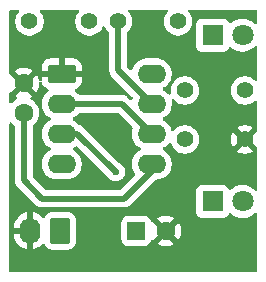
<source format=gbr>
%TF.GenerationSoftware,KiCad,Pcbnew,9.0.2*%
%TF.CreationDate,2025-10-01T10:40:14+03:00*%
%TF.ProjectId,555_flip_flop,3535355f-666c-4697-905f-666c6f702e6b,rev?*%
%TF.SameCoordinates,Original*%
%TF.FileFunction,Copper,L1,Top*%
%TF.FilePolarity,Positive*%
%FSLAX46Y46*%
G04 Gerber Fmt 4.6, Leading zero omitted, Abs format (unit mm)*
G04 Created by KiCad (PCBNEW 9.0.2) date 2025-10-01 10:40:14*
%MOMM*%
%LPD*%
G01*
G04 APERTURE LIST*
G04 Aperture macros list*
%AMRoundRect*
0 Rectangle with rounded corners*
0 $1 Rounding radius*
0 $2 $3 $4 $5 $6 $7 $8 $9 X,Y pos of 4 corners*
0 Add a 4 corners polygon primitive as box body*
4,1,4,$2,$3,$4,$5,$6,$7,$8,$9,$2,$3,0*
0 Add four circle primitives for the rounded corners*
1,1,$1+$1,$2,$3*
1,1,$1+$1,$4,$5*
1,1,$1+$1,$6,$7*
1,1,$1+$1,$8,$9*
0 Add four rect primitives between the rounded corners*
20,1,$1+$1,$2,$3,$4,$5,0*
20,1,$1+$1,$4,$5,$6,$7,0*
20,1,$1+$1,$6,$7,$8,$9,0*
20,1,$1+$1,$8,$9,$2,$3,0*%
G04 Aperture macros list end*
%TA.AperFunction,ComponentPad*%
%ADD10C,1.400000*%
%TD*%
%TA.AperFunction,ComponentPad*%
%ADD11R,1.800000X1.800000*%
%TD*%
%TA.AperFunction,ComponentPad*%
%ADD12C,1.800000*%
%TD*%
%TA.AperFunction,ComponentPad*%
%ADD13RoundRect,0.250000X-0.950000X-0.550000X0.950000X-0.550000X0.950000X0.550000X-0.950000X0.550000X0*%
%TD*%
%TA.AperFunction,ComponentPad*%
%ADD14O,2.400000X1.600000*%
%TD*%
%TA.AperFunction,ComponentPad*%
%ADD15RoundRect,0.250000X0.620000X0.845000X-0.620000X0.845000X-0.620000X-0.845000X0.620000X-0.845000X0*%
%TD*%
%TA.AperFunction,ComponentPad*%
%ADD16O,1.740000X2.190000*%
%TD*%
%TA.AperFunction,ComponentPad*%
%ADD17C,1.600000*%
%TD*%
%TA.AperFunction,ComponentPad*%
%ADD18RoundRect,0.250000X-0.550000X-0.550000X0.550000X-0.550000X0.550000X0.550000X-0.550000X0.550000X0*%
%TD*%
%TA.AperFunction,ViaPad*%
%ADD19C,0.600000*%
%TD*%
%TA.AperFunction,Conductor*%
%ADD20C,0.500000*%
%TD*%
G04 APERTURE END LIST*
D10*
%TO.P,R2,1*%
%TO.N,Net-(D2-K)*%
X60120000Y-35250000D03*
%TO.P,R2,2*%
%TO.N,GND*%
X65200000Y-35250000D03*
%TD*%
%TO.P,R1,1*%
%TO.N,+5V*%
X60120000Y-31100000D03*
%TO.P,R1,2*%
%TO.N,Net-(D1-A)*%
X65200000Y-31100000D03*
%TD*%
D11*
%TO.P,D2,1,K*%
%TO.N,Net-(D2-K)*%
X62460000Y-40500000D03*
D12*
%TO.P,D2,2,A*%
%TO.N,Net-(D1-K)*%
X65000000Y-40500000D03*
%TD*%
D13*
%TO.P,U1,1,GND*%
%TO.N,GND*%
X49690000Y-29690000D03*
D14*
%TO.P,U1,2,TR*%
%TO.N,Net-(U1-THR)*%
X49690000Y-32230000D03*
%TO.P,U1,3,Q*%
%TO.N,Net-(D1-K)*%
X49690000Y-34770000D03*
%TO.P,U1,4,R*%
%TO.N,+5V*%
X49690000Y-37310000D03*
%TO.P,U1,5,CV*%
%TO.N,Net-(U1-CV)*%
X57310000Y-37310000D03*
%TO.P,U1,6,THR*%
%TO.N,Net-(U1-THR)*%
X57310000Y-34770000D03*
%TO.P,U1,7,DIS*%
%TO.N,Net-(U1-DIS)*%
X57310000Y-32230000D03*
%TO.P,U1,8,VCC*%
%TO.N,+5V*%
X57310000Y-29690000D03*
%TD*%
D10*
%TO.P,R4,1*%
%TO.N,Net-(U1-DIS)*%
X52040000Y-25250000D03*
%TO.P,R4,2*%
%TO.N,Net-(U1-THR)*%
X46960000Y-25250000D03*
%TD*%
%TO.P,R3,1*%
%TO.N,+5V*%
X59540000Y-25250000D03*
%TO.P,R3,2*%
%TO.N,Net-(U1-DIS)*%
X54460000Y-25250000D03*
%TD*%
D15*
%TO.P,J1,1,Pin_1*%
%TO.N,+5V*%
X49540000Y-42980000D03*
D16*
%TO.P,J1,2,Pin_2*%
%TO.N,GND*%
X47000000Y-42980000D03*
%TD*%
D11*
%TO.P,D1,1,K*%
%TO.N,Net-(D1-K)*%
X62460000Y-26410000D03*
D12*
%TO.P,D1,2,A*%
%TO.N,Net-(D1-A)*%
X65000000Y-26410000D03*
%TD*%
D17*
%TO.P,C2,1*%
%TO.N,Net-(U1-CV)*%
X46470000Y-33000000D03*
%TO.P,C2,2*%
%TO.N,GND*%
X46470000Y-30500000D03*
%TD*%
D18*
%TO.P,C1,1*%
%TO.N,Net-(U1-THR)*%
X56000000Y-43000000D03*
D17*
%TO.P,C1,2*%
%TO.N,GND*%
X58500000Y-43000000D03*
%TD*%
D19*
%TO.N,Net-(D1-K)*%
X54250000Y-38000000D03*
%TD*%
D20*
%TO.N,Net-(D1-K)*%
X51020000Y-34770000D02*
X54250000Y-38000000D01*
X49690000Y-34770000D02*
X51020000Y-34770000D01*
%TO.N,Net-(U1-THR)*%
X54770000Y-32230000D02*
X57310000Y-34770000D01*
X49690000Y-32230000D02*
X54770000Y-32230000D01*
%TO.N,Net-(U1-CV)*%
X55000000Y-40250000D02*
X57310000Y-37940000D01*
X46470000Y-38720000D02*
X48000000Y-40250000D01*
X57310000Y-37940000D02*
X57310000Y-37310000D01*
X48000000Y-40250000D02*
X55000000Y-40250000D01*
X46470000Y-33000000D02*
X46470000Y-38720000D01*
%TO.N,Net-(U1-DIS)*%
X54460000Y-29380000D02*
X57310000Y-32230000D01*
X54460000Y-25250000D02*
X54460000Y-29380000D01*
%TD*%
%TA.AperFunction,Conductor*%
%TO.N,GND*%
G36*
X58609414Y-24270185D02*
G01*
X58655169Y-24322989D01*
X58665113Y-24392147D01*
X58636088Y-24455703D01*
X58630056Y-24462181D01*
X58624312Y-24467924D01*
X58624312Y-24467925D01*
X58624310Y-24467927D01*
X58576610Y-24533579D01*
X58513240Y-24620800D01*
X58427454Y-24789163D01*
X58369059Y-24968881D01*
X58339500Y-25155513D01*
X58339500Y-25344486D01*
X58369059Y-25531118D01*
X58427454Y-25710836D01*
X58513240Y-25879199D01*
X58624310Y-26032073D01*
X58757927Y-26165690D01*
X58910801Y-26276760D01*
X58990347Y-26317290D01*
X59079163Y-26362545D01*
X59079165Y-26362545D01*
X59079168Y-26362547D01*
X59175497Y-26393846D01*
X59258881Y-26420940D01*
X59445514Y-26450500D01*
X59445519Y-26450500D01*
X59634486Y-26450500D01*
X59821118Y-26420940D01*
X60000832Y-26362547D01*
X60169199Y-26276760D01*
X60322073Y-26165690D01*
X60455690Y-26032073D01*
X60566760Y-25879199D01*
X60652547Y-25710832D01*
X60710940Y-25531118D01*
X60727682Y-25425413D01*
X60740500Y-25344486D01*
X60740500Y-25155513D01*
X60710940Y-24968881D01*
X60652545Y-24789163D01*
X60566759Y-24620800D01*
X60455690Y-24467927D01*
X60449944Y-24462181D01*
X60416459Y-24400858D01*
X60421443Y-24331166D01*
X60463315Y-24275233D01*
X60528779Y-24250816D01*
X60537625Y-24250500D01*
X66125500Y-24250500D01*
X66192539Y-24270185D01*
X66238294Y-24322989D01*
X66249500Y-24374500D01*
X66249500Y-25379531D01*
X66229815Y-25446570D01*
X66177011Y-25492325D01*
X66107853Y-25502269D01*
X66044297Y-25473244D01*
X66037819Y-25467212D01*
X65912363Y-25341756D01*
X65912358Y-25341752D01*
X65734025Y-25212187D01*
X65734024Y-25212186D01*
X65734022Y-25212185D01*
X65671096Y-25180122D01*
X65537606Y-25112104D01*
X65537603Y-25112103D01*
X65327952Y-25043985D01*
X65219086Y-25026742D01*
X65110222Y-25009500D01*
X64889778Y-25009500D01*
X64817201Y-25020995D01*
X64672047Y-25043985D01*
X64462396Y-25112103D01*
X64462393Y-25112104D01*
X64265974Y-25212187D01*
X64087641Y-25341752D01*
X64087636Y-25341756D01*
X64037463Y-25391929D01*
X63976140Y-25425413D01*
X63906448Y-25420428D01*
X63850515Y-25378557D01*
X63833601Y-25347580D01*
X63803797Y-25267671D01*
X63803793Y-25267664D01*
X63717547Y-25152455D01*
X63717544Y-25152452D01*
X63602335Y-25066206D01*
X63602328Y-25066202D01*
X63467482Y-25015908D01*
X63467483Y-25015908D01*
X63407883Y-25009501D01*
X63407881Y-25009500D01*
X63407873Y-25009500D01*
X63407864Y-25009500D01*
X61512129Y-25009500D01*
X61512123Y-25009501D01*
X61452516Y-25015908D01*
X61317671Y-25066202D01*
X61317664Y-25066206D01*
X61202455Y-25152452D01*
X61202452Y-25152455D01*
X61116206Y-25267664D01*
X61116202Y-25267671D01*
X61065908Y-25402517D01*
X61059501Y-25462116D01*
X61059500Y-25462135D01*
X61059500Y-27357870D01*
X61059501Y-27357876D01*
X61065908Y-27417483D01*
X61116202Y-27552328D01*
X61116206Y-27552335D01*
X61202452Y-27667544D01*
X61202455Y-27667547D01*
X61317664Y-27753793D01*
X61317671Y-27753797D01*
X61452517Y-27804091D01*
X61452516Y-27804091D01*
X61459444Y-27804835D01*
X61512127Y-27810500D01*
X63407872Y-27810499D01*
X63467483Y-27804091D01*
X63602331Y-27753796D01*
X63717546Y-27667546D01*
X63803796Y-27552331D01*
X63831429Y-27478243D01*
X63833601Y-27472420D01*
X63875471Y-27416486D01*
X63940936Y-27392068D01*
X64009209Y-27406919D01*
X64037464Y-27428071D01*
X64087636Y-27478243D01*
X64087641Y-27478247D01*
X64189603Y-27552326D01*
X64265978Y-27607815D01*
X64394375Y-27673237D01*
X64462393Y-27707895D01*
X64462396Y-27707896D01*
X64567221Y-27741955D01*
X64672049Y-27776015D01*
X64889778Y-27810500D01*
X64889779Y-27810500D01*
X65110221Y-27810500D01*
X65110222Y-27810500D01*
X65327951Y-27776015D01*
X65537606Y-27707895D01*
X65734022Y-27607815D01*
X65912365Y-27478242D01*
X66037819Y-27352788D01*
X66099142Y-27319303D01*
X66168834Y-27324287D01*
X66224767Y-27366159D01*
X66249184Y-27431623D01*
X66249500Y-27440469D01*
X66249500Y-30152375D01*
X66229815Y-30219414D01*
X66177011Y-30265169D01*
X66107853Y-30275113D01*
X66044297Y-30246088D01*
X66037819Y-30240056D01*
X65982075Y-30184312D01*
X65982073Y-30184310D01*
X65829199Y-30073240D01*
X65660836Y-29987454D01*
X65481118Y-29929059D01*
X65294486Y-29899500D01*
X65294481Y-29899500D01*
X65105519Y-29899500D01*
X65105514Y-29899500D01*
X64918881Y-29929059D01*
X64739163Y-29987454D01*
X64570800Y-30073240D01*
X64483579Y-30136610D01*
X64417927Y-30184310D01*
X64417925Y-30184312D01*
X64417924Y-30184312D01*
X64284312Y-30317924D01*
X64284312Y-30317925D01*
X64284310Y-30317927D01*
X64245307Y-30371610D01*
X64173240Y-30470800D01*
X64087454Y-30639163D01*
X64029059Y-30818881D01*
X63999500Y-31005513D01*
X63999500Y-31194486D01*
X64029059Y-31381118D01*
X64087454Y-31560836D01*
X64173240Y-31729199D01*
X64284310Y-31882073D01*
X64417927Y-32015690D01*
X64570801Y-32126760D01*
X64621880Y-32152786D01*
X64739163Y-32212545D01*
X64739165Y-32212545D01*
X64739168Y-32212547D01*
X64835497Y-32243846D01*
X64918881Y-32270940D01*
X65105514Y-32300500D01*
X65105519Y-32300500D01*
X65294486Y-32300500D01*
X65481118Y-32270940D01*
X65660832Y-32212547D01*
X65829199Y-32126760D01*
X65982073Y-32015690D01*
X66037819Y-31959944D01*
X66099142Y-31926459D01*
X66168834Y-31931443D01*
X66224767Y-31973315D01*
X66249184Y-32038779D01*
X66249500Y-32047625D01*
X66249500Y-34502690D01*
X66229815Y-34569729D01*
X66213181Y-34590371D01*
X65553554Y-35249999D01*
X65553554Y-35250000D01*
X66213181Y-35909627D01*
X66246666Y-35970950D01*
X66249500Y-35997308D01*
X66249500Y-39469531D01*
X66229815Y-39536570D01*
X66177011Y-39582325D01*
X66107853Y-39592269D01*
X66044297Y-39563244D01*
X66037819Y-39557212D01*
X65912363Y-39431756D01*
X65912358Y-39431752D01*
X65734025Y-39302187D01*
X65734024Y-39302186D01*
X65734022Y-39302185D01*
X65616791Y-39242452D01*
X65537606Y-39202104D01*
X65537603Y-39202103D01*
X65327952Y-39133985D01*
X65219086Y-39116742D01*
X65110222Y-39099500D01*
X64889778Y-39099500D01*
X64817201Y-39110995D01*
X64672047Y-39133985D01*
X64462396Y-39202103D01*
X64462393Y-39202104D01*
X64265974Y-39302187D01*
X64087641Y-39431752D01*
X64087636Y-39431756D01*
X64037463Y-39481929D01*
X63976140Y-39515413D01*
X63906448Y-39510428D01*
X63850515Y-39468557D01*
X63833601Y-39437580D01*
X63803797Y-39357671D01*
X63803793Y-39357664D01*
X63717547Y-39242455D01*
X63717544Y-39242452D01*
X63602335Y-39156206D01*
X63602328Y-39156202D01*
X63467482Y-39105908D01*
X63467483Y-39105908D01*
X63407883Y-39099501D01*
X63407881Y-39099500D01*
X63407873Y-39099500D01*
X63407864Y-39099500D01*
X61512129Y-39099500D01*
X61512123Y-39099501D01*
X61452516Y-39105908D01*
X61317671Y-39156202D01*
X61317664Y-39156206D01*
X61202455Y-39242452D01*
X61202452Y-39242455D01*
X61116206Y-39357664D01*
X61116202Y-39357671D01*
X61065908Y-39492517D01*
X61059501Y-39552116D01*
X61059500Y-39552135D01*
X61059500Y-41447870D01*
X61059501Y-41447876D01*
X61065908Y-41507483D01*
X61116202Y-41642328D01*
X61116206Y-41642335D01*
X61202452Y-41757544D01*
X61202455Y-41757547D01*
X61317664Y-41843793D01*
X61317671Y-41843797D01*
X61452517Y-41894091D01*
X61452516Y-41894091D01*
X61459444Y-41894835D01*
X61512127Y-41900500D01*
X63407872Y-41900499D01*
X63467483Y-41894091D01*
X63602331Y-41843796D01*
X63717546Y-41757546D01*
X63803796Y-41642331D01*
X63831429Y-41568243D01*
X63833601Y-41562420D01*
X63875471Y-41506486D01*
X63940936Y-41482068D01*
X64009209Y-41496919D01*
X64037464Y-41518071D01*
X64087636Y-41568243D01*
X64087641Y-41568247D01*
X64189603Y-41642326D01*
X64265978Y-41697815D01*
X64394375Y-41763237D01*
X64462393Y-41797895D01*
X64462396Y-41797896D01*
X64536007Y-41821813D01*
X64672049Y-41866015D01*
X64889778Y-41900500D01*
X64889779Y-41900500D01*
X65110221Y-41900500D01*
X65110222Y-41900500D01*
X65327951Y-41866015D01*
X65537606Y-41797895D01*
X65734022Y-41697815D01*
X65912365Y-41568242D01*
X66037819Y-41442788D01*
X66099142Y-41409303D01*
X66168834Y-41414287D01*
X66224767Y-41456159D01*
X66249184Y-41521623D01*
X66249500Y-41530469D01*
X66249500Y-46375500D01*
X66229815Y-46442539D01*
X66177011Y-46488294D01*
X66125500Y-46499500D01*
X45374500Y-46499500D01*
X45307461Y-46479815D01*
X45261706Y-46427011D01*
X45250500Y-46375500D01*
X45250500Y-42647179D01*
X45630000Y-42647179D01*
X45630000Y-42730000D01*
X46457291Y-42730000D01*
X46445548Y-42750339D01*
X46405000Y-42901667D01*
X46405000Y-43058333D01*
X46445548Y-43209661D01*
X46457291Y-43230000D01*
X45630000Y-43230000D01*
X45630000Y-43312820D01*
X45663734Y-43525809D01*
X45730372Y-43730901D01*
X45828271Y-43923036D01*
X45955025Y-44097496D01*
X45955025Y-44097497D01*
X46107502Y-44249974D01*
X46281963Y-44376728D01*
X46474098Y-44474627D01*
X46679190Y-44541266D01*
X46750000Y-44552481D01*
X46750000Y-43522709D01*
X46770339Y-43534452D01*
X46921667Y-43575000D01*
X47078333Y-43575000D01*
X47229661Y-43534452D01*
X47250000Y-43522709D01*
X47250000Y-44552480D01*
X47320809Y-44541266D01*
X47525901Y-44474627D01*
X47718036Y-44376728D01*
X47892493Y-44249977D01*
X48034578Y-44107892D01*
X48095901Y-44074407D01*
X48165593Y-44079391D01*
X48221527Y-44121262D01*
X48234640Y-44143165D01*
X48235181Y-44144325D01*
X48235185Y-44144331D01*
X48235186Y-44144334D01*
X48327288Y-44293656D01*
X48451344Y-44417712D01*
X48600666Y-44509814D01*
X48767203Y-44564999D01*
X48869991Y-44575500D01*
X50210008Y-44575499D01*
X50312797Y-44564999D01*
X50479334Y-44509814D01*
X50628656Y-44417712D01*
X50752712Y-44293656D01*
X50844814Y-44144334D01*
X50899999Y-43977797D01*
X50910500Y-43875009D01*
X50910499Y-42399983D01*
X54699500Y-42399983D01*
X54699500Y-43600001D01*
X54699501Y-43600018D01*
X54710000Y-43702796D01*
X54710001Y-43702799D01*
X54765185Y-43869331D01*
X54765187Y-43869336D01*
X54798309Y-43923036D01*
X54857288Y-44018656D01*
X54981344Y-44142712D01*
X55130666Y-44234814D01*
X55297203Y-44289999D01*
X55399991Y-44300500D01*
X56600008Y-44300499D01*
X56702797Y-44289999D01*
X56869334Y-44234814D01*
X57018656Y-44142712D01*
X57142712Y-44018656D01*
X57234814Y-43869334D01*
X57258102Y-43799054D01*
X57262110Y-43791050D01*
X57280060Y-43771772D01*
X57295055Y-43750116D01*
X57303495Y-43746606D01*
X57309725Y-43739917D01*
X57335249Y-43733404D01*
X57359571Y-43723292D01*
X57375834Y-43723048D01*
X57377425Y-43722643D01*
X57378523Y-43723008D01*
X57382719Y-43722946D01*
X57420525Y-43725921D01*
X58100000Y-43046446D01*
X58100000Y-43052661D01*
X58127259Y-43154394D01*
X58179920Y-43245606D01*
X58254394Y-43320080D01*
X58345606Y-43372741D01*
X58447339Y-43400000D01*
X58453553Y-43400000D01*
X57774076Y-44079474D01*
X57818650Y-44111859D01*
X58000968Y-44204755D01*
X58195582Y-44267990D01*
X58397683Y-44300000D01*
X58602317Y-44300000D01*
X58804417Y-44267990D01*
X58999031Y-44204755D01*
X59181349Y-44111859D01*
X59225921Y-44079474D01*
X58546447Y-43400000D01*
X58552661Y-43400000D01*
X58654394Y-43372741D01*
X58745606Y-43320080D01*
X58820080Y-43245606D01*
X58872741Y-43154394D01*
X58900000Y-43052661D01*
X58900000Y-43046447D01*
X59579474Y-43725921D01*
X59611859Y-43681349D01*
X59704755Y-43499031D01*
X59767990Y-43304417D01*
X59800000Y-43102317D01*
X59800000Y-42897682D01*
X59767990Y-42695582D01*
X59704755Y-42500968D01*
X59611859Y-42318650D01*
X59579474Y-42274077D01*
X59579474Y-42274076D01*
X58900000Y-42953551D01*
X58900000Y-42947339D01*
X58872741Y-42845606D01*
X58820080Y-42754394D01*
X58745606Y-42679920D01*
X58654394Y-42627259D01*
X58552661Y-42600000D01*
X58546446Y-42600000D01*
X59225922Y-41920524D01*
X59225921Y-41920523D01*
X59181359Y-41888147D01*
X59181350Y-41888141D01*
X58999031Y-41795244D01*
X58804417Y-41732009D01*
X58602317Y-41700000D01*
X58397683Y-41700000D01*
X58195582Y-41732009D01*
X58000968Y-41795244D01*
X57818644Y-41888143D01*
X57774077Y-41920523D01*
X57774077Y-41920524D01*
X58453554Y-42600000D01*
X58447339Y-42600000D01*
X58345606Y-42627259D01*
X58254394Y-42679920D01*
X58179920Y-42754394D01*
X58127259Y-42845606D01*
X58100000Y-42947339D01*
X58100000Y-42953553D01*
X57420524Y-42274077D01*
X57382719Y-42277053D01*
X57314341Y-42262689D01*
X57264584Y-42213638D01*
X57262110Y-42208949D01*
X57258101Y-42200942D01*
X57234814Y-42130666D01*
X57142712Y-41981344D01*
X57018656Y-41857288D01*
X56869334Y-41765186D01*
X56702797Y-41710001D01*
X56702795Y-41710000D01*
X56600010Y-41699500D01*
X55399998Y-41699500D01*
X55399981Y-41699501D01*
X55297203Y-41710000D01*
X55297200Y-41710001D01*
X55130668Y-41765185D01*
X55130663Y-41765187D01*
X54981342Y-41857289D01*
X54857289Y-41981342D01*
X54765187Y-42130663D01*
X54765186Y-42130666D01*
X54710001Y-42297203D01*
X54710001Y-42297204D01*
X54710000Y-42297204D01*
X54699500Y-42399983D01*
X50910499Y-42399983D01*
X50910499Y-42084992D01*
X50899999Y-41982203D01*
X50844814Y-41815666D01*
X50752712Y-41666344D01*
X50628656Y-41542288D01*
X50479334Y-41450186D01*
X50312797Y-41395001D01*
X50312795Y-41395000D01*
X50210010Y-41384500D01*
X48869998Y-41384500D01*
X48869981Y-41384501D01*
X48767203Y-41395000D01*
X48767200Y-41395001D01*
X48600668Y-41450185D01*
X48600663Y-41450187D01*
X48451342Y-41542289D01*
X48327289Y-41666342D01*
X48235182Y-41815672D01*
X48234638Y-41816840D01*
X48234051Y-41817505D01*
X48231395Y-41821813D01*
X48230658Y-41821358D01*
X48188461Y-41869275D01*
X48121266Y-41888422D01*
X48054387Y-41868201D01*
X48034579Y-41852107D01*
X47892497Y-41710025D01*
X47718036Y-41583271D01*
X47525899Y-41485372D01*
X47320805Y-41418733D01*
X47250000Y-41407518D01*
X47250000Y-42437290D01*
X47229661Y-42425548D01*
X47078333Y-42385000D01*
X46921667Y-42385000D01*
X46770339Y-42425548D01*
X46750000Y-42437290D01*
X46750000Y-41407518D01*
X46749999Y-41407518D01*
X46679194Y-41418733D01*
X46474100Y-41485372D01*
X46281963Y-41583271D01*
X46107503Y-41710025D01*
X46107502Y-41710025D01*
X45955025Y-41862502D01*
X45955025Y-41862503D01*
X45828271Y-42036963D01*
X45730372Y-42229098D01*
X45663734Y-42434190D01*
X45630000Y-42647179D01*
X45250500Y-42647179D01*
X45250500Y-33915678D01*
X45270185Y-33848639D01*
X45322989Y-33802884D01*
X45392147Y-33792940D01*
X45455703Y-33821965D01*
X45474822Y-33842798D01*
X45478032Y-33847217D01*
X45478034Y-33847219D01*
X45622781Y-33991966D01*
X45668384Y-34025098D01*
X45711050Y-34080425D01*
X45719500Y-34125416D01*
X45719500Y-38793918D01*
X45719500Y-38793920D01*
X45719499Y-38793920D01*
X45748340Y-38938907D01*
X45748343Y-38938917D01*
X45804912Y-39075488D01*
X45804916Y-39075495D01*
X45825236Y-39105906D01*
X45825237Y-39105909D01*
X45887046Y-39198414D01*
X45887052Y-39198421D01*
X47521584Y-40832952D01*
X47521586Y-40832954D01*
X47544422Y-40848211D01*
X47595270Y-40882186D01*
X47644505Y-40915084D01*
X47701080Y-40938518D01*
X47781088Y-40971659D01*
X47897241Y-40994763D01*
X47916468Y-40998587D01*
X47926081Y-41000500D01*
X47926082Y-41000500D01*
X55073920Y-41000500D01*
X55171462Y-40981096D01*
X55218913Y-40971658D01*
X55355495Y-40915084D01*
X55404729Y-40882186D01*
X55478416Y-40832952D01*
X57664548Y-38646818D01*
X57725871Y-38613334D01*
X57752229Y-38610500D01*
X57812351Y-38610500D01*
X57812352Y-38610500D01*
X58014534Y-38578477D01*
X58209219Y-38515220D01*
X58391610Y-38422287D01*
X58514866Y-38332737D01*
X58557213Y-38301971D01*
X58557215Y-38301968D01*
X58557219Y-38301966D01*
X58701966Y-38157219D01*
X58701968Y-38157215D01*
X58701971Y-38157213D01*
X58758910Y-38078842D01*
X58822287Y-37991610D01*
X58915220Y-37809219D01*
X58978477Y-37614534D01*
X59010500Y-37412352D01*
X59010500Y-37207648D01*
X58978477Y-37005466D01*
X58915220Y-36810781D01*
X58915218Y-36810778D01*
X58915218Y-36810776D01*
X58881503Y-36744607D01*
X58822287Y-36628390D01*
X58814556Y-36617749D01*
X58701971Y-36462786D01*
X58557213Y-36318028D01*
X58391614Y-36197715D01*
X58328761Y-36165690D01*
X58298917Y-36150483D01*
X58248123Y-36102511D01*
X58231328Y-36034690D01*
X58253865Y-35968555D01*
X58298917Y-35929516D01*
X58391610Y-35882287D01*
X58484060Y-35815119D01*
X58557213Y-35761971D01*
X58557215Y-35761968D01*
X58557219Y-35761966D01*
X58701966Y-35617219D01*
X58748988Y-35552497D01*
X58804318Y-35509832D01*
X58873932Y-35503853D01*
X58935727Y-35536458D01*
X58967238Y-35587064D01*
X59007454Y-35710836D01*
X59093104Y-35878933D01*
X59093240Y-35879199D01*
X59204310Y-36032073D01*
X59337927Y-36165690D01*
X59490801Y-36276760D01*
X59570347Y-36317290D01*
X59659163Y-36362545D01*
X59659165Y-36362545D01*
X59659168Y-36362547D01*
X59755497Y-36393846D01*
X59838881Y-36420940D01*
X60025514Y-36450500D01*
X60025519Y-36450500D01*
X60214486Y-36450500D01*
X60401118Y-36420940D01*
X60402623Y-36420451D01*
X60580832Y-36362547D01*
X60749199Y-36276760D01*
X60775182Y-36257882D01*
X64545669Y-36257882D01*
X64545670Y-36257883D01*
X64571059Y-36276329D01*
X64739362Y-36362085D01*
X64918997Y-36420451D01*
X65105553Y-36450000D01*
X65294447Y-36450000D01*
X65481002Y-36420451D01*
X65660637Y-36362085D01*
X65828937Y-36276331D01*
X65854328Y-36257883D01*
X65854328Y-36257882D01*
X65200001Y-35603554D01*
X65200000Y-35603554D01*
X64545669Y-36257882D01*
X60775182Y-36257882D01*
X60902073Y-36165690D01*
X61035690Y-36032073D01*
X61146760Y-35879199D01*
X61232547Y-35710832D01*
X61290940Y-35531118D01*
X61301427Y-35464905D01*
X61320500Y-35344486D01*
X61320500Y-35155552D01*
X64000000Y-35155552D01*
X64000000Y-35344447D01*
X64029548Y-35531002D01*
X64087914Y-35710637D01*
X64173666Y-35878933D01*
X64192116Y-35904328D01*
X64846446Y-35250000D01*
X64846446Y-35249999D01*
X64800369Y-35203922D01*
X64850000Y-35203922D01*
X64850000Y-35296078D01*
X64873852Y-35385095D01*
X64919930Y-35464905D01*
X64985095Y-35530070D01*
X65064905Y-35576148D01*
X65153922Y-35600000D01*
X65246078Y-35600000D01*
X65335095Y-35576148D01*
X65414905Y-35530070D01*
X65480070Y-35464905D01*
X65526148Y-35385095D01*
X65550000Y-35296078D01*
X65550000Y-35203922D01*
X65526148Y-35114905D01*
X65480070Y-35035095D01*
X65414905Y-34969930D01*
X65335095Y-34923852D01*
X65246078Y-34900000D01*
X65153922Y-34900000D01*
X65064905Y-34923852D01*
X64985095Y-34969930D01*
X64919930Y-35035095D01*
X64873852Y-35114905D01*
X64850000Y-35203922D01*
X64800369Y-35203922D01*
X64192116Y-34595669D01*
X64192116Y-34595670D01*
X64173669Y-34621060D01*
X64087914Y-34789362D01*
X64029548Y-34968997D01*
X64000000Y-35155552D01*
X61320500Y-35155552D01*
X61320500Y-35155513D01*
X61290940Y-34968881D01*
X61232545Y-34789163D01*
X61187290Y-34700347D01*
X61146760Y-34620801D01*
X61035690Y-34467927D01*
X60902073Y-34334310D01*
X60775179Y-34242116D01*
X64545669Y-34242116D01*
X65200000Y-34896446D01*
X65200001Y-34896446D01*
X65854328Y-34242116D01*
X65828933Y-34223666D01*
X65660637Y-34137914D01*
X65481002Y-34079548D01*
X65294447Y-34050000D01*
X65105553Y-34050000D01*
X64918997Y-34079548D01*
X64739362Y-34137914D01*
X64571060Y-34223669D01*
X64545670Y-34242116D01*
X64545669Y-34242116D01*
X60775179Y-34242116D01*
X60749199Y-34223240D01*
X60580836Y-34137454D01*
X60401118Y-34079059D01*
X60214486Y-34049500D01*
X60214481Y-34049500D01*
X60025519Y-34049500D01*
X60025514Y-34049500D01*
X59838881Y-34079059D01*
X59659163Y-34137454D01*
X59490800Y-34223240D01*
X59403579Y-34286610D01*
X59337927Y-34334310D01*
X59337925Y-34334312D01*
X59337924Y-34334312D01*
X59204312Y-34467924D01*
X59204312Y-34467925D01*
X59204310Y-34467927D01*
X59194948Y-34480812D01*
X59191859Y-34485064D01*
X59136527Y-34527728D01*
X59066914Y-34533704D01*
X59005120Y-34501096D01*
X58973612Y-34450493D01*
X58935862Y-34334312D01*
X58915220Y-34270781D01*
X58822287Y-34088390D01*
X58814556Y-34077749D01*
X58701971Y-33922786D01*
X58557213Y-33778028D01*
X58391614Y-33657715D01*
X58385006Y-33654348D01*
X58298917Y-33610483D01*
X58248123Y-33562511D01*
X58231328Y-33494690D01*
X58253865Y-33428555D01*
X58298917Y-33389516D01*
X58391610Y-33342287D01*
X58443573Y-33304534D01*
X58557213Y-33221971D01*
X58557215Y-33221968D01*
X58557219Y-33221966D01*
X58701966Y-33077219D01*
X58701968Y-33077215D01*
X58701971Y-33077213D01*
X58772236Y-32980500D01*
X58822287Y-32911610D01*
X58915220Y-32729219D01*
X58978477Y-32534534D01*
X59010500Y-32332352D01*
X59010500Y-32127648D01*
X58987405Y-31981835D01*
X58996359Y-31912543D01*
X59041355Y-31859091D01*
X59108107Y-31838451D01*
X59175421Y-31857176D01*
X59200629Y-31878863D01*
X59200865Y-31878628D01*
X59203998Y-31881761D01*
X59204170Y-31881909D01*
X59204310Y-31882073D01*
X59337927Y-32015690D01*
X59490801Y-32126760D01*
X59541880Y-32152786D01*
X59659163Y-32212545D01*
X59659165Y-32212545D01*
X59659168Y-32212547D01*
X59755497Y-32243846D01*
X59838881Y-32270940D01*
X60025514Y-32300500D01*
X60025519Y-32300500D01*
X60214486Y-32300500D01*
X60401118Y-32270940D01*
X60580832Y-32212547D01*
X60749199Y-32126760D01*
X60902073Y-32015690D01*
X61035690Y-31882073D01*
X61146760Y-31729199D01*
X61232547Y-31560832D01*
X61290940Y-31381118D01*
X61306638Y-31282005D01*
X61320500Y-31194486D01*
X61320500Y-31005513D01*
X61290940Y-30818881D01*
X61255024Y-30708345D01*
X61232547Y-30639168D01*
X61232545Y-30639165D01*
X61232545Y-30639163D01*
X61187290Y-30550347D01*
X61146760Y-30470801D01*
X61035690Y-30317927D01*
X60902073Y-30184310D01*
X60749199Y-30073240D01*
X60580836Y-29987454D01*
X60401118Y-29929059D01*
X60214486Y-29899500D01*
X60214481Y-29899500D01*
X60025519Y-29899500D01*
X60025514Y-29899500D01*
X59838881Y-29929059D01*
X59659163Y-29987454D01*
X59490800Y-30073240D01*
X59403579Y-30136610D01*
X59337927Y-30184310D01*
X59337925Y-30184312D01*
X59337924Y-30184312D01*
X59204312Y-30317924D01*
X59204312Y-30317925D01*
X59204310Y-30317927D01*
X59165307Y-30371610D01*
X59093240Y-30470800D01*
X59007454Y-30639163D01*
X58949059Y-30818881D01*
X58919500Y-31005513D01*
X58919500Y-31194486D01*
X58937480Y-31308009D01*
X58928525Y-31377303D01*
X58883529Y-31430755D01*
X58816777Y-31451394D01*
X58749464Y-31432669D01*
X58714688Y-31400291D01*
X58701969Y-31382784D01*
X58557213Y-31238028D01*
X58391614Y-31117715D01*
X58384884Y-31114286D01*
X58298917Y-31070483D01*
X58248123Y-31022511D01*
X58231328Y-30954690D01*
X58253865Y-30888555D01*
X58298917Y-30849516D01*
X58391610Y-30802287D01*
X58412770Y-30786913D01*
X58557213Y-30681971D01*
X58557215Y-30681968D01*
X58557219Y-30681966D01*
X58701966Y-30537219D01*
X58701968Y-30537215D01*
X58701971Y-30537213D01*
X58782384Y-30426532D01*
X58822287Y-30371610D01*
X58915220Y-30189219D01*
X58978477Y-29994534D01*
X59010500Y-29792352D01*
X59010500Y-29587648D01*
X59002257Y-29535606D01*
X58978477Y-29385465D01*
X58915218Y-29190776D01*
X58871742Y-29105451D01*
X58822287Y-29008390D01*
X58806966Y-28987302D01*
X58701971Y-28842786D01*
X58557213Y-28698028D01*
X58391613Y-28577715D01*
X58391612Y-28577714D01*
X58391610Y-28577713D01*
X58332675Y-28547684D01*
X58209223Y-28484781D01*
X58014534Y-28421522D01*
X57839995Y-28393878D01*
X57812352Y-28389500D01*
X56807648Y-28389500D01*
X56783329Y-28393351D01*
X56605465Y-28421522D01*
X56410776Y-28484781D01*
X56228386Y-28577715D01*
X56062786Y-28698028D01*
X55918028Y-28842786D01*
X55797715Y-29008386D01*
X55704781Y-29190776D01*
X55675926Y-29279584D01*
X55636488Y-29337259D01*
X55572129Y-29364457D01*
X55503283Y-29352542D01*
X55470314Y-29328946D01*
X55246819Y-29105451D01*
X55213334Y-29044128D01*
X55210500Y-29017770D01*
X55210500Y-26248625D01*
X55230185Y-26181586D01*
X55246819Y-26160944D01*
X55375690Y-26032073D01*
X55486760Y-25879199D01*
X55572547Y-25710832D01*
X55630940Y-25531118D01*
X55647682Y-25425413D01*
X55660500Y-25344486D01*
X55660500Y-25155513D01*
X55630940Y-24968881D01*
X55572545Y-24789163D01*
X55486759Y-24620800D01*
X55375690Y-24467927D01*
X55369944Y-24462181D01*
X55336459Y-24400858D01*
X55341443Y-24331166D01*
X55383315Y-24275233D01*
X55448779Y-24250816D01*
X55457625Y-24250500D01*
X58542375Y-24250500D01*
X58609414Y-24270185D01*
G37*
%TD.AperFunction*%
%TA.AperFunction,Conductor*%
G36*
X47975203Y-30371823D02*
G01*
X48011706Y-30426532D01*
X48055641Y-30559119D01*
X48055643Y-30559124D01*
X48147684Y-30708345D01*
X48271654Y-30832315D01*
X48420875Y-30924356D01*
X48420882Y-30924359D01*
X48503067Y-30951592D01*
X48560512Y-30991364D01*
X48587336Y-31055880D01*
X48575021Y-31124656D01*
X48536949Y-31169616D01*
X48442787Y-31238028D01*
X48442782Y-31238032D01*
X48298028Y-31382786D01*
X48177715Y-31548386D01*
X48084781Y-31730776D01*
X48021522Y-31925465D01*
X47989500Y-32127648D01*
X47989500Y-32332351D01*
X48021522Y-32534534D01*
X48084781Y-32729223D01*
X48177715Y-32911613D01*
X48298028Y-33077213D01*
X48442786Y-33221971D01*
X48556427Y-33304534D01*
X48608390Y-33342287D01*
X48699840Y-33388883D01*
X48701080Y-33389515D01*
X48751876Y-33437490D01*
X48768671Y-33505311D01*
X48746134Y-33571446D01*
X48701080Y-33610485D01*
X48608386Y-33657715D01*
X48442786Y-33778028D01*
X48298028Y-33922786D01*
X48177715Y-34088386D01*
X48084781Y-34270776D01*
X48021522Y-34465465D01*
X47989500Y-34667648D01*
X47989500Y-34872351D01*
X48021522Y-35074534D01*
X48084781Y-35269223D01*
X48177715Y-35451613D01*
X48298028Y-35617213D01*
X48442786Y-35761971D01*
X48538104Y-35831222D01*
X48608390Y-35882287D01*
X48662048Y-35909627D01*
X48701080Y-35929515D01*
X48751876Y-35977490D01*
X48768671Y-36045311D01*
X48746134Y-36111446D01*
X48701080Y-36150485D01*
X48608386Y-36197715D01*
X48442786Y-36318028D01*
X48298028Y-36462786D01*
X48177715Y-36628386D01*
X48084781Y-36810776D01*
X48021522Y-37005465D01*
X47989500Y-37207648D01*
X47989500Y-37412351D01*
X48021522Y-37614534D01*
X48084781Y-37809223D01*
X48177715Y-37991613D01*
X48298028Y-38157213D01*
X48442786Y-38301971D01*
X48597749Y-38414556D01*
X48608390Y-38422287D01*
X48724607Y-38481503D01*
X48790776Y-38515218D01*
X48790778Y-38515218D01*
X48790781Y-38515220D01*
X48895137Y-38549127D01*
X48985465Y-38578477D01*
X49086557Y-38594488D01*
X49187648Y-38610500D01*
X49187649Y-38610500D01*
X50192351Y-38610500D01*
X50192352Y-38610500D01*
X50394534Y-38578477D01*
X50589219Y-38515220D01*
X50771610Y-38422287D01*
X50894866Y-38332737D01*
X50937213Y-38301971D01*
X50937215Y-38301968D01*
X50937219Y-38301966D01*
X51081966Y-38157219D01*
X51081968Y-38157215D01*
X51081971Y-38157213D01*
X51138910Y-38078842D01*
X51202287Y-37991610D01*
X51295220Y-37809219D01*
X51358477Y-37614534D01*
X51390500Y-37412352D01*
X51390500Y-37207648D01*
X51358477Y-37005466D01*
X51295220Y-36810781D01*
X51295218Y-36810778D01*
X51295218Y-36810776D01*
X51261503Y-36744607D01*
X51202287Y-36628390D01*
X51194556Y-36617749D01*
X51081971Y-36462786D01*
X50937213Y-36318028D01*
X50771614Y-36197715D01*
X50708761Y-36165690D01*
X50678917Y-36150483D01*
X50673376Y-36145250D01*
X50666108Y-36142958D01*
X50648332Y-36121597D01*
X50628123Y-36102511D01*
X50626290Y-36095110D01*
X50621415Y-36089252D01*
X50618008Y-36061667D01*
X50611328Y-36034690D01*
X50613786Y-36027475D01*
X50612852Y-36019909D01*
X50624900Y-35994860D01*
X50633865Y-35968555D01*
X50640594Y-35962235D01*
X50643139Y-35956945D01*
X50659954Y-35944054D01*
X50670268Y-35934368D01*
X50674489Y-35931772D01*
X50771610Y-35882287D01*
X50863169Y-35815765D01*
X50867227Y-35813271D01*
X50896507Y-35805304D01*
X50925093Y-35795105D01*
X50929892Y-35796221D01*
X50934646Y-35794928D01*
X50963584Y-35804055D01*
X50993147Y-35810930D01*
X50998660Y-35815119D01*
X51001279Y-35815945D01*
X51003912Y-35819109D01*
X51019854Y-35831222D01*
X53503927Y-38315295D01*
X53530807Y-38355523D01*
X53540604Y-38379175D01*
X53540609Y-38379185D01*
X53628210Y-38510288D01*
X53628213Y-38510292D01*
X53739707Y-38621786D01*
X53739711Y-38621789D01*
X53870814Y-38709390D01*
X53870827Y-38709397D01*
X54016498Y-38769735D01*
X54016503Y-38769737D01*
X54171153Y-38800499D01*
X54171156Y-38800500D01*
X54171158Y-38800500D01*
X54328844Y-38800500D01*
X54328845Y-38800499D01*
X54483497Y-38769737D01*
X54629179Y-38709394D01*
X54760289Y-38621789D01*
X54871789Y-38510289D01*
X54959394Y-38379179D01*
X55019737Y-38233497D01*
X55050500Y-38078842D01*
X55050500Y-37921158D01*
X55050500Y-37921155D01*
X55050499Y-37921153D01*
X55019737Y-37766503D01*
X55019735Y-37766498D01*
X54959397Y-37620827D01*
X54959390Y-37620814D01*
X54871789Y-37489711D01*
X54871786Y-37489707D01*
X54760292Y-37378213D01*
X54760288Y-37378210D01*
X54629185Y-37290609D01*
X54629175Y-37290604D01*
X54605523Y-37280807D01*
X54565295Y-37253927D01*
X51498417Y-34187049D01*
X51424190Y-34137453D01*
X51424189Y-34137452D01*
X51375501Y-34104919D01*
X51375488Y-34104912D01*
X51238917Y-34048343D01*
X51238907Y-34048340D01*
X51209687Y-34042528D01*
X51147776Y-34010143D01*
X51133563Y-33993799D01*
X51081966Y-33922781D01*
X50937219Y-33778034D01*
X50937213Y-33778028D01*
X50771614Y-33657715D01*
X50765006Y-33654348D01*
X50678917Y-33610483D01*
X50628123Y-33562511D01*
X50611328Y-33494690D01*
X50633865Y-33428555D01*
X50678917Y-33389516D01*
X50771610Y-33342287D01*
X50823573Y-33304534D01*
X50937213Y-33221971D01*
X50937215Y-33221968D01*
X50937219Y-33221966D01*
X51081966Y-33077219D01*
X51084650Y-33073524D01*
X51115100Y-33031615D01*
X51170429Y-32988949D01*
X51215418Y-32980500D01*
X54407770Y-32980500D01*
X54474809Y-33000185D01*
X54495451Y-33016819D01*
X55661994Y-34183362D01*
X55695479Y-34244685D01*
X55692244Y-34309361D01*
X55641523Y-34465461D01*
X55641523Y-34465464D01*
X55609500Y-34667648D01*
X55609500Y-34872351D01*
X55641522Y-35074534D01*
X55704781Y-35269223D01*
X55797715Y-35451613D01*
X55918028Y-35617213D01*
X56062786Y-35761971D01*
X56158104Y-35831222D01*
X56228390Y-35882287D01*
X56282048Y-35909627D01*
X56321080Y-35929515D01*
X56371876Y-35977490D01*
X56388671Y-36045311D01*
X56366134Y-36111446D01*
X56321080Y-36150485D01*
X56228386Y-36197715D01*
X56062786Y-36318028D01*
X55918028Y-36462786D01*
X55797715Y-36628386D01*
X55704781Y-36810776D01*
X55641522Y-37005465D01*
X55609500Y-37207648D01*
X55609500Y-37412351D01*
X55641522Y-37614534D01*
X55704781Y-37809223D01*
X55797715Y-37991613D01*
X55903494Y-38137207D01*
X55926974Y-38203013D01*
X55911148Y-38271067D01*
X55890857Y-38297773D01*
X54725451Y-39463181D01*
X54664128Y-39496666D01*
X54637770Y-39499500D01*
X48362230Y-39499500D01*
X48295191Y-39479815D01*
X48274549Y-39463181D01*
X47256819Y-38445451D01*
X47223334Y-38384128D01*
X47220500Y-38357770D01*
X47220500Y-34125416D01*
X47240185Y-34058377D01*
X47271613Y-34025099D01*
X47317219Y-33991966D01*
X47461966Y-33847219D01*
X47461968Y-33847215D01*
X47461971Y-33847213D01*
X47514732Y-33774590D01*
X47582287Y-33681610D01*
X47675220Y-33499219D01*
X47738477Y-33304534D01*
X47770500Y-33102352D01*
X47770500Y-32897648D01*
X47738477Y-32695466D01*
X47675220Y-32500781D01*
X47675218Y-32500778D01*
X47675218Y-32500776D01*
X47641503Y-32434607D01*
X47582287Y-32318390D01*
X47547813Y-32270940D01*
X47461971Y-32152786D01*
X47317213Y-32008028D01*
X47151611Y-31887713D01*
X47097621Y-31860203D01*
X47046825Y-31812228D01*
X47030031Y-31744407D01*
X47052569Y-31678272D01*
X47097624Y-31639233D01*
X47151349Y-31611859D01*
X47195921Y-31579474D01*
X46516447Y-30900000D01*
X46522661Y-30900000D01*
X46624394Y-30872741D01*
X46715606Y-30820080D01*
X46790080Y-30745606D01*
X46842741Y-30654394D01*
X46870000Y-30552661D01*
X46870000Y-30546447D01*
X47549474Y-31225921D01*
X47581859Y-31181349D01*
X47674755Y-30999031D01*
X47737990Y-30804417D01*
X47770000Y-30602317D01*
X47770000Y-30465536D01*
X47789685Y-30398497D01*
X47842489Y-30352742D01*
X47911647Y-30342798D01*
X47975203Y-30371823D01*
G37*
%TD.AperFunction*%
%TA.AperFunction,Conductor*%
G36*
X46070000Y-30552661D02*
G01*
X46097259Y-30654394D01*
X46149920Y-30745606D01*
X46224394Y-30820080D01*
X46315606Y-30872741D01*
X46417339Y-30900000D01*
X46423553Y-30900000D01*
X45744076Y-31579474D01*
X45788652Y-31611861D01*
X45842376Y-31639234D01*
X45893172Y-31687208D01*
X45909968Y-31755028D01*
X45887431Y-31821164D01*
X45842379Y-31860203D01*
X45788386Y-31887714D01*
X45622786Y-32008028D01*
X45478032Y-32152782D01*
X45474818Y-32157207D01*
X45419488Y-32199872D01*
X45349875Y-32205851D01*
X45288080Y-32173245D01*
X45253722Y-32112406D01*
X45250500Y-32084321D01*
X45250500Y-31349044D01*
X45270185Y-31282005D01*
X45322989Y-31236250D01*
X45384230Y-31225426D01*
X45390525Y-31225921D01*
X46070000Y-30546446D01*
X46070000Y-30552661D01*
G37*
%TD.AperFunction*%
%TA.AperFunction,Conductor*%
G36*
X46029414Y-24270185D02*
G01*
X46075169Y-24322989D01*
X46085113Y-24392147D01*
X46056088Y-24455703D01*
X46050056Y-24462181D01*
X46044312Y-24467924D01*
X46044312Y-24467925D01*
X46044310Y-24467927D01*
X45996610Y-24533579D01*
X45933240Y-24620800D01*
X45847454Y-24789163D01*
X45789059Y-24968881D01*
X45759500Y-25155513D01*
X45759500Y-25344486D01*
X45789059Y-25531118D01*
X45847454Y-25710836D01*
X45933240Y-25879199D01*
X46044310Y-26032073D01*
X46177927Y-26165690D01*
X46330801Y-26276760D01*
X46410347Y-26317290D01*
X46499163Y-26362545D01*
X46499165Y-26362545D01*
X46499168Y-26362547D01*
X46595497Y-26393846D01*
X46678881Y-26420940D01*
X46865514Y-26450500D01*
X46865519Y-26450500D01*
X47054486Y-26450500D01*
X47241118Y-26420940D01*
X47420832Y-26362547D01*
X47589199Y-26276760D01*
X47742073Y-26165690D01*
X47875690Y-26032073D01*
X47986760Y-25879199D01*
X48072547Y-25710832D01*
X48130940Y-25531118D01*
X48147682Y-25425413D01*
X48160500Y-25344486D01*
X48160500Y-25155513D01*
X48130940Y-24968881D01*
X48072545Y-24789163D01*
X47986759Y-24620800D01*
X47875690Y-24467927D01*
X47869944Y-24462181D01*
X47836459Y-24400858D01*
X47841443Y-24331166D01*
X47883315Y-24275233D01*
X47948779Y-24250816D01*
X47957625Y-24250500D01*
X51042375Y-24250500D01*
X51109414Y-24270185D01*
X51155169Y-24322989D01*
X51165113Y-24392147D01*
X51136088Y-24455703D01*
X51130056Y-24462181D01*
X51124312Y-24467924D01*
X51124312Y-24467925D01*
X51124310Y-24467927D01*
X51076610Y-24533579D01*
X51013240Y-24620800D01*
X50927454Y-24789163D01*
X50869059Y-24968881D01*
X50839500Y-25155513D01*
X50839500Y-25344486D01*
X50869059Y-25531118D01*
X50927454Y-25710836D01*
X51013240Y-25879199D01*
X51124310Y-26032073D01*
X51257927Y-26165690D01*
X51410801Y-26276760D01*
X51490347Y-26317290D01*
X51579163Y-26362545D01*
X51579165Y-26362545D01*
X51579168Y-26362547D01*
X51675497Y-26393846D01*
X51758881Y-26420940D01*
X51945514Y-26450500D01*
X51945519Y-26450500D01*
X52134486Y-26450500D01*
X52321118Y-26420940D01*
X52500832Y-26362547D01*
X52669199Y-26276760D01*
X52822073Y-26165690D01*
X52955690Y-26032073D01*
X53066760Y-25879199D01*
X53139515Y-25736409D01*
X53187490Y-25685613D01*
X53255311Y-25668818D01*
X53321445Y-25691355D01*
X53360485Y-25736409D01*
X53433240Y-25879199D01*
X53544310Y-26032073D01*
X53544312Y-26032075D01*
X53673181Y-26160944D01*
X53706666Y-26222267D01*
X53709500Y-26248625D01*
X53709500Y-29453918D01*
X53709500Y-29453920D01*
X53709499Y-29453920D01*
X53738340Y-29598907D01*
X53738343Y-29598917D01*
X53794913Y-29735490D01*
X53794914Y-29735492D01*
X53823779Y-29778691D01*
X53823780Y-29778693D01*
X53877043Y-29858410D01*
X53877047Y-29858415D01*
X55661994Y-31643362D01*
X55669286Y-31656717D01*
X55680500Y-31667009D01*
X55685691Y-31686761D01*
X55695479Y-31704685D01*
X55694667Y-31720908D01*
X55698262Y-31734584D01*
X55692244Y-31769361D01*
X55675926Y-31819583D01*
X55636489Y-31877258D01*
X55572130Y-31904457D01*
X55503284Y-31892543D01*
X55470314Y-31868946D01*
X55248421Y-31647052D01*
X55248414Y-31647046D01*
X55174729Y-31597812D01*
X55174729Y-31597813D01*
X55125491Y-31564913D01*
X54988917Y-31508343D01*
X54988907Y-31508340D01*
X54843920Y-31479500D01*
X54843918Y-31479500D01*
X51215418Y-31479500D01*
X51148379Y-31459815D01*
X51115100Y-31428385D01*
X51081971Y-31382787D01*
X51081967Y-31382782D01*
X50937217Y-31238032D01*
X50937212Y-31238028D01*
X50843051Y-31169616D01*
X50800385Y-31114286D01*
X50794406Y-31044673D01*
X50827012Y-30982878D01*
X50876933Y-30951592D01*
X50959117Y-30924359D01*
X50959124Y-30924356D01*
X51108345Y-30832315D01*
X51232315Y-30708345D01*
X51324356Y-30559124D01*
X51324358Y-30559119D01*
X51379505Y-30392697D01*
X51379506Y-30392690D01*
X51389999Y-30289986D01*
X51390000Y-30289973D01*
X51390000Y-29940000D01*
X50005686Y-29940000D01*
X50010080Y-29935606D01*
X50062741Y-29844394D01*
X50090000Y-29742661D01*
X50090000Y-29637339D01*
X50062741Y-29535606D01*
X50010080Y-29444394D01*
X50005686Y-29440000D01*
X51389999Y-29440000D01*
X51389999Y-29090028D01*
X51389998Y-29090013D01*
X51379505Y-28987302D01*
X51324358Y-28820880D01*
X51324356Y-28820875D01*
X51232315Y-28671654D01*
X51108345Y-28547684D01*
X50959124Y-28455643D01*
X50959119Y-28455641D01*
X50792697Y-28400494D01*
X50792690Y-28400493D01*
X50689986Y-28390000D01*
X49940000Y-28390000D01*
X49940000Y-29374314D01*
X49935606Y-29369920D01*
X49844394Y-29317259D01*
X49742661Y-29290000D01*
X49637339Y-29290000D01*
X49535606Y-29317259D01*
X49444394Y-29369920D01*
X49440000Y-29374314D01*
X49440000Y-28390000D01*
X48690028Y-28390000D01*
X48690012Y-28390001D01*
X48587302Y-28400494D01*
X48420880Y-28455641D01*
X48420875Y-28455643D01*
X48271654Y-28547684D01*
X48147684Y-28671654D01*
X48055643Y-28820875D01*
X48055641Y-28820880D01*
X48000494Y-28987302D01*
X48000493Y-28987309D01*
X47990000Y-29090013D01*
X47990000Y-29440000D01*
X49374314Y-29440000D01*
X49369920Y-29444394D01*
X49317259Y-29535606D01*
X49290000Y-29637339D01*
X49290000Y-29742661D01*
X49317259Y-29844394D01*
X49369920Y-29935606D01*
X49374314Y-29940000D01*
X47990001Y-29940000D01*
X47990001Y-30211149D01*
X47970316Y-30278188D01*
X47917512Y-30323943D01*
X47848354Y-30333887D01*
X47784798Y-30304862D01*
X47747024Y-30246084D01*
X47743528Y-30230547D01*
X47737990Y-30195582D01*
X47674755Y-30000968D01*
X47581859Y-29818650D01*
X47549474Y-29774077D01*
X47549474Y-29774076D01*
X46870000Y-30453551D01*
X46870000Y-30447339D01*
X46842741Y-30345606D01*
X46790080Y-30254394D01*
X46715606Y-30179920D01*
X46624394Y-30127259D01*
X46522661Y-30100000D01*
X46516446Y-30100000D01*
X47195922Y-29420524D01*
X47195921Y-29420523D01*
X47151359Y-29388147D01*
X47151350Y-29388141D01*
X46969031Y-29295244D01*
X46774417Y-29232009D01*
X46631268Y-29209337D01*
X46572317Y-29200000D01*
X46367683Y-29200000D01*
X46165582Y-29232009D01*
X45970968Y-29295244D01*
X45788644Y-29388143D01*
X45744077Y-29420523D01*
X45744077Y-29420524D01*
X46423554Y-30100000D01*
X46417339Y-30100000D01*
X46315606Y-30127259D01*
X46224394Y-30179920D01*
X46149920Y-30254394D01*
X46097259Y-30345606D01*
X46070000Y-30447339D01*
X46070000Y-30453553D01*
X45390523Y-29774076D01*
X45384228Y-29774572D01*
X45370618Y-29771712D01*
X45356853Y-29773692D01*
X45337099Y-29764671D01*
X45315851Y-29760207D01*
X45305947Y-29750444D01*
X45293297Y-29744667D01*
X45281557Y-29726400D01*
X45266094Y-29711156D01*
X45262267Y-29696383D01*
X45255523Y-29685889D01*
X45250500Y-29650954D01*
X45250500Y-24374500D01*
X45270185Y-24307461D01*
X45322989Y-24261706D01*
X45374500Y-24250500D01*
X45962375Y-24250500D01*
X46029414Y-24270185D01*
G37*
%TD.AperFunction*%
%TD*%
M02*

</source>
